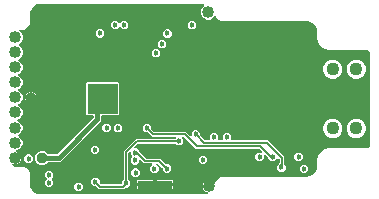
<source format=gbr>
G04 EAGLE Gerber RS-274X export*
G75*
%MOMM*%
%FSLAX34Y34*%
%LPD*%
%INBottom Copper*%
%IPPOS*%
%AMOC8*
5,1,8,0,0,1.08239X$1,22.5*%
G01*
%ADD10C,1.016000*%
%ADD11C,1.108000*%
%ADD12C,0.958000*%
%ADD13R,2.540000X2.540000*%
%ADD14R,3.000000X0.800000*%
%ADD15C,0.454000*%
%ADD16C,0.152400*%
%ADD17C,0.406400*%

G36*
X160526Y1283D02*
X160526Y1283D01*
X160575Y1282D01*
X162030Y1426D01*
X162057Y1433D01*
X162086Y1433D01*
X162247Y1480D01*
X162358Y1526D01*
X162377Y1538D01*
X162399Y1545D01*
X162481Y1603D01*
X162567Y1656D01*
X162581Y1673D01*
X162600Y1687D01*
X162660Y1768D01*
X162724Y1845D01*
X162732Y1867D01*
X162745Y1885D01*
X162776Y1981D01*
X162812Y2075D01*
X162813Y2098D01*
X162820Y2120D01*
X162818Y2220D01*
X162822Y2320D01*
X162816Y2343D01*
X162815Y2366D01*
X162782Y2460D01*
X162754Y2557D01*
X162740Y2576D01*
X162733Y2597D01*
X162671Y2676D01*
X162613Y2759D01*
X162595Y2773D01*
X162581Y2791D01*
X162497Y2846D01*
X162416Y2905D01*
X162394Y2913D01*
X162375Y2925D01*
X162215Y2976D01*
X161518Y3115D01*
X160593Y3498D01*
X159761Y4054D01*
X159054Y4761D01*
X158498Y5593D01*
X158115Y6518D01*
X158072Y6731D01*
X162492Y6731D01*
X162511Y6734D01*
X162531Y6732D01*
X162633Y6754D01*
X162735Y6770D01*
X162752Y6780D01*
X162772Y6784D01*
X162861Y6837D01*
X162952Y6886D01*
X162966Y6900D01*
X162983Y6910D01*
X163050Y6989D01*
X163121Y7064D01*
X163130Y7082D01*
X163143Y7097D01*
X163181Y7193D01*
X163225Y7287D01*
X163227Y7307D01*
X163235Y7325D01*
X163253Y7492D01*
X163253Y7747D01*
X163508Y7747D01*
X163528Y7750D01*
X163547Y7748D01*
X163649Y7770D01*
X163751Y7787D01*
X163768Y7796D01*
X163788Y7800D01*
X163877Y7853D01*
X163968Y7902D01*
X163982Y7916D01*
X163999Y7926D01*
X164066Y8005D01*
X164138Y8080D01*
X164146Y8098D01*
X164159Y8113D01*
X164198Y8210D01*
X164241Y8303D01*
X164243Y8323D01*
X164251Y8341D01*
X164269Y8508D01*
X164269Y12928D01*
X164482Y12885D01*
X165407Y12502D01*
X166239Y11946D01*
X166946Y11239D01*
X167327Y10669D01*
X167343Y10652D01*
X167354Y10632D01*
X167426Y10563D01*
X167495Y10489D01*
X167515Y10478D01*
X167532Y10463D01*
X167623Y10420D01*
X167711Y10373D01*
X167734Y10369D01*
X167755Y10359D01*
X167855Y10348D01*
X167954Y10331D01*
X167977Y10334D01*
X167999Y10332D01*
X168098Y10353D01*
X168197Y10369D01*
X168217Y10379D01*
X168240Y10384D01*
X168326Y10436D01*
X168415Y10482D01*
X168431Y10498D01*
X168451Y10510D01*
X168516Y10587D01*
X168586Y10659D01*
X168596Y10680D01*
X168611Y10697D01*
X168648Y10790D01*
X168691Y10881D01*
X168694Y10904D01*
X168703Y10925D01*
X168721Y11092D01*
X168721Y11316D01*
X170538Y14462D01*
X173684Y16279D01*
X246500Y16279D01*
X246526Y16283D01*
X246575Y16282D01*
X248030Y16426D01*
X248057Y16433D01*
X248086Y16433D01*
X248247Y16480D01*
X250936Y17594D01*
X250992Y17629D01*
X251052Y17654D01*
X251117Y17706D01*
X251145Y17724D01*
X251157Y17739D01*
X251183Y17759D01*
X253241Y19817D01*
X253279Y19870D01*
X253325Y19917D01*
X253365Y19990D01*
X253385Y20017D01*
X253390Y20035D01*
X253406Y20064D01*
X254520Y22753D01*
X254526Y22781D01*
X254540Y22806D01*
X254574Y22970D01*
X254718Y24425D01*
X254716Y24452D01*
X254721Y24500D01*
X254721Y30843D01*
X256514Y35172D01*
X259828Y38485D01*
X264157Y40279D01*
X296500Y40279D01*
X296531Y40284D01*
X296599Y40285D01*
X297236Y40369D01*
X297299Y40388D01*
X297364Y40397D01*
X297440Y40431D01*
X297472Y40440D01*
X297487Y40451D01*
X297517Y40465D01*
X298620Y41101D01*
X298709Y41174D01*
X298799Y41245D01*
X298805Y41253D01*
X298810Y41257D01*
X298822Y41276D01*
X298899Y41380D01*
X299535Y42483D01*
X299559Y42544D01*
X299591Y42601D01*
X299611Y42682D01*
X299622Y42713D01*
X299623Y42732D01*
X299631Y42764D01*
X299715Y43401D01*
X299714Y43432D01*
X299721Y43500D01*
X299721Y120500D01*
X299716Y120531D01*
X299715Y120599D01*
X299631Y121236D01*
X299612Y121299D01*
X299603Y121364D01*
X299569Y121440D01*
X299560Y121472D01*
X299549Y121487D01*
X299535Y121517D01*
X298899Y122620D01*
X298826Y122709D01*
X298755Y122799D01*
X298747Y122805D01*
X298743Y122810D01*
X298724Y122822D01*
X298620Y122899D01*
X297517Y123535D01*
X297456Y123559D01*
X297399Y123591D01*
X297318Y123611D01*
X297287Y123622D01*
X297268Y123623D01*
X297236Y123631D01*
X296599Y123715D01*
X296568Y123714D01*
X296500Y123721D01*
X264157Y123721D01*
X259828Y125515D01*
X256515Y128828D01*
X254721Y133157D01*
X254721Y139500D01*
X254717Y139526D01*
X254718Y139575D01*
X254574Y141030D01*
X254567Y141057D01*
X254567Y141086D01*
X254520Y141247D01*
X253406Y143936D01*
X253371Y143992D01*
X253346Y144052D01*
X253294Y144117D01*
X253276Y144145D01*
X253261Y144157D01*
X253241Y144183D01*
X251183Y146241D01*
X251130Y146279D01*
X251083Y146325D01*
X251010Y146365D01*
X250983Y146385D01*
X250965Y146390D01*
X250936Y146406D01*
X248247Y147520D01*
X248219Y147526D01*
X248194Y147540D01*
X248030Y147574D01*
X246575Y147718D01*
X246548Y147716D01*
X246500Y147721D01*
X173318Y147721D01*
X170404Y149404D01*
X169063Y151726D01*
X168988Y151818D01*
X168913Y151911D01*
X168910Y151913D01*
X168907Y151917D01*
X168807Y151979D01*
X168706Y152044D01*
X168702Y152045D01*
X168699Y152047D01*
X168583Y152075D01*
X168468Y152104D01*
X168464Y152104D01*
X168459Y152105D01*
X168340Y152094D01*
X168222Y152085D01*
X168219Y152083D01*
X168214Y152083D01*
X168104Y152035D01*
X167996Y151989D01*
X167992Y151986D01*
X167989Y151984D01*
X167979Y151975D01*
X167865Y151884D01*
X166097Y150116D01*
X163763Y149149D01*
X161237Y149149D01*
X158903Y150116D01*
X157116Y151903D01*
X156149Y154237D01*
X156149Y156763D01*
X157116Y159097D01*
X158940Y160922D01*
X158982Y160980D01*
X159032Y161032D01*
X159054Y161079D01*
X159084Y161121D01*
X159105Y161190D01*
X159135Y161255D01*
X159141Y161307D01*
X159156Y161357D01*
X159154Y161428D01*
X159162Y161499D01*
X159151Y161550D01*
X159150Y161602D01*
X159125Y161670D01*
X159110Y161740D01*
X159083Y161785D01*
X159066Y161833D01*
X159021Y161889D01*
X158984Y161951D01*
X158944Y161985D01*
X158912Y162025D01*
X158852Y162064D01*
X158797Y162111D01*
X158749Y162130D01*
X158705Y162158D01*
X158635Y162176D01*
X158569Y162203D01*
X158498Y162211D01*
X158466Y162219D01*
X158443Y162217D01*
X158402Y162221D01*
X21014Y162221D01*
X20934Y162208D01*
X20852Y162204D01*
X20840Y162199D01*
X19987Y162221D01*
X19979Y162220D01*
X19968Y162221D01*
X19927Y162221D01*
X19900Y162217D01*
X19847Y162217D01*
X17982Y162020D01*
X17919Y162003D01*
X17854Y161995D01*
X17777Y161964D01*
X17745Y161955D01*
X17729Y161944D01*
X17699Y161932D01*
X14418Y160148D01*
X14327Y160077D01*
X14235Y160010D01*
X14229Y160002D01*
X14224Y159998D01*
X14212Y159979D01*
X14133Y159877D01*
X12183Y156692D01*
X12159Y156632D01*
X12125Y156575D01*
X12111Y156525D01*
X12100Y156500D01*
X12098Y156482D01*
X12091Y156465D01*
X12089Y156445D01*
X12081Y156414D01*
X11788Y154559D01*
X11788Y154526D01*
X11779Y154440D01*
X11779Y145684D01*
X9962Y142538D01*
X6816Y140721D01*
X3457Y140721D01*
X3386Y140710D01*
X3315Y140708D01*
X3266Y140690D01*
X3214Y140682D01*
X3151Y140648D01*
X3084Y140623D01*
X3043Y140591D01*
X2997Y140566D01*
X2948Y140514D01*
X2892Y140470D01*
X2863Y140426D01*
X2828Y140388D01*
X2797Y140323D01*
X2759Y140263D01*
X2746Y140212D01*
X2724Y140165D01*
X2716Y140094D01*
X2699Y140024D01*
X2703Y139972D01*
X2697Y139921D01*
X2712Y139850D01*
X2718Y139779D01*
X2738Y139731D01*
X2749Y139680D01*
X2786Y139619D01*
X2814Y139553D01*
X2859Y139497D01*
X2875Y139469D01*
X2893Y139454D01*
X2919Y139422D01*
X4599Y137741D01*
X5605Y135314D01*
X5605Y132686D01*
X4599Y130259D01*
X2741Y128401D01*
X2627Y128353D01*
X2566Y128316D01*
X2500Y128286D01*
X2462Y128251D01*
X2418Y128224D01*
X2372Y128169D01*
X2319Y128120D01*
X2294Y128074D01*
X2261Y128034D01*
X2235Y127967D01*
X2200Y127904D01*
X2191Y127853D01*
X2173Y127805D01*
X2170Y127733D01*
X2157Y127662D01*
X2164Y127611D01*
X2162Y127559D01*
X2182Y127490D01*
X2193Y127419D01*
X2216Y127373D01*
X2231Y127323D01*
X2272Y127264D01*
X2304Y127200D01*
X2340Y127165D01*
X2345Y127155D01*
X2349Y127152D01*
X2371Y127121D01*
X2429Y127078D01*
X2480Y127028D01*
X2522Y127005D01*
X2532Y126995D01*
X2548Y126989D01*
X2568Y126974D01*
X2591Y126967D01*
X2627Y126947D01*
X2741Y126899D01*
X4599Y125041D01*
X5605Y122614D01*
X5605Y119986D01*
X4599Y117559D01*
X2741Y115701D01*
X2295Y115516D01*
X2234Y115478D01*
X2168Y115449D01*
X2130Y115414D01*
X2086Y115386D01*
X2040Y115331D01*
X1987Y115282D01*
X1962Y115237D01*
X1929Y115197D01*
X1903Y115130D01*
X1869Y115067D01*
X1859Y115016D01*
X1841Y114967D01*
X1838Y114896D01*
X1825Y114825D01*
X1833Y114773D01*
X1830Y114721D01*
X1850Y114653D01*
X1861Y114582D01*
X1884Y114535D01*
X1899Y114485D01*
X1940Y114426D01*
X1972Y114362D01*
X2009Y114326D01*
X2039Y114283D01*
X2097Y114240D01*
X2148Y114190D01*
X2211Y114156D01*
X2236Y114136D01*
X2259Y114129D01*
X2295Y114109D01*
X2597Y113984D01*
X4384Y112197D01*
X5351Y109863D01*
X5351Y107337D01*
X4384Y105003D01*
X2597Y103216D01*
X1963Y102953D01*
X1902Y102916D01*
X1837Y102886D01*
X1798Y102851D01*
X1754Y102824D01*
X1708Y102769D01*
X1655Y102720D01*
X1630Y102674D01*
X1597Y102634D01*
X1571Y102567D01*
X1537Y102504D01*
X1528Y102453D01*
X1509Y102405D01*
X1506Y102333D01*
X1493Y102262D01*
X1501Y102211D01*
X1498Y102159D01*
X1518Y102090D01*
X1529Y102019D01*
X1553Y101973D01*
X1567Y101923D01*
X1608Y101864D01*
X1640Y101800D01*
X1678Y101763D01*
X1707Y101721D01*
X1765Y101678D01*
X1816Y101628D01*
X1879Y101593D01*
X1905Y101574D01*
X1927Y101567D01*
X1963Y101547D01*
X2597Y101284D01*
X4384Y99497D01*
X5351Y97163D01*
X5351Y94637D01*
X4384Y92303D01*
X2597Y90516D01*
X1963Y90253D01*
X1902Y90216D01*
X1837Y90186D01*
X1798Y90151D01*
X1754Y90124D01*
X1708Y90069D01*
X1655Y90020D01*
X1630Y89974D01*
X1597Y89934D01*
X1571Y89867D01*
X1537Y89804D01*
X1528Y89753D01*
X1509Y89705D01*
X1506Y89633D01*
X1493Y89562D01*
X1501Y89511D01*
X1498Y89459D01*
X1518Y89390D01*
X1529Y89319D01*
X1553Y89273D01*
X1567Y89223D01*
X1608Y89164D01*
X1640Y89100D01*
X1678Y89063D01*
X1707Y89021D01*
X1765Y88978D01*
X1816Y88928D01*
X1879Y88893D01*
X1905Y88874D01*
X1927Y88867D01*
X1963Y88847D01*
X2597Y88584D01*
X4384Y86797D01*
X5351Y84463D01*
X5351Y81937D01*
X4384Y79603D01*
X2597Y77816D01*
X1963Y77553D01*
X1902Y77516D01*
X1836Y77486D01*
X1798Y77451D01*
X1754Y77424D01*
X1708Y77368D01*
X1655Y77320D01*
X1630Y77274D01*
X1597Y77234D01*
X1571Y77167D01*
X1537Y77104D01*
X1528Y77053D01*
X1509Y77005D01*
X1506Y76933D01*
X1493Y76862D01*
X1501Y76811D01*
X1498Y76759D01*
X1518Y76690D01*
X1529Y76619D01*
X1552Y76573D01*
X1567Y76523D01*
X1608Y76464D01*
X1640Y76400D01*
X1678Y76363D01*
X1707Y76321D01*
X1765Y76278D01*
X1816Y76228D01*
X1879Y76193D01*
X1905Y76174D01*
X1927Y76166D01*
X1963Y76147D01*
X2597Y75884D01*
X4384Y74097D01*
X5351Y71763D01*
X5351Y69237D01*
X4384Y66903D01*
X2597Y65116D01*
X1480Y64653D01*
X1419Y64616D01*
X1354Y64586D01*
X1315Y64551D01*
X1271Y64524D01*
X1225Y64468D01*
X1173Y64420D01*
X1147Y64374D01*
X1114Y64334D01*
X1088Y64267D01*
X1054Y64204D01*
X1045Y64153D01*
X1026Y64105D01*
X1023Y64033D01*
X1010Y63962D01*
X1018Y63911D01*
X1016Y63859D01*
X1036Y63790D01*
X1046Y63719D01*
X1070Y63673D01*
X1084Y63623D01*
X1125Y63564D01*
X1158Y63500D01*
X1195Y63463D01*
X1224Y63421D01*
X1282Y63378D01*
X1333Y63328D01*
X1396Y63293D01*
X1422Y63274D01*
X1444Y63267D01*
X1480Y63247D01*
X2597Y62784D01*
X4384Y60997D01*
X5351Y58663D01*
X5351Y56137D01*
X4384Y53803D01*
X2597Y52016D01*
X1963Y51753D01*
X1902Y51716D01*
X1836Y51686D01*
X1798Y51651D01*
X1754Y51624D01*
X1708Y51568D01*
X1655Y51520D01*
X1630Y51474D01*
X1597Y51434D01*
X1571Y51367D01*
X1537Y51304D01*
X1528Y51253D01*
X1509Y51205D01*
X1506Y51133D01*
X1493Y51062D01*
X1501Y51011D01*
X1498Y50959D01*
X1518Y50890D01*
X1529Y50819D01*
X1552Y50773D01*
X1567Y50723D01*
X1608Y50664D01*
X1640Y50600D01*
X1678Y50563D01*
X1707Y50521D01*
X1765Y50478D01*
X1816Y50428D01*
X1879Y50393D01*
X1905Y50374D01*
X1927Y50367D01*
X1963Y50347D01*
X2597Y50084D01*
X4384Y48297D01*
X5351Y45963D01*
X5351Y43437D01*
X4384Y41103D01*
X2597Y39316D01*
X265Y38350D01*
X246Y38338D01*
X223Y38331D01*
X142Y38274D01*
X56Y38221D01*
X41Y38203D01*
X23Y38189D01*
X-36Y38109D01*
X-101Y38031D01*
X-109Y38009D01*
X-123Y37991D01*
X-153Y37895D01*
X-189Y37801D01*
X-190Y37778D01*
X-197Y37756D01*
X-195Y37656D01*
X-199Y37556D01*
X-193Y37533D01*
X-192Y37510D01*
X-159Y37416D01*
X-131Y37319D01*
X-118Y37300D01*
X-110Y37279D01*
X-48Y37200D01*
X10Y37117D01*
X28Y37104D01*
X42Y37085D01*
X126Y37031D01*
X207Y36971D01*
X229Y36963D01*
X248Y36951D01*
X408Y36900D01*
X482Y36885D01*
X1407Y36502D01*
X2239Y35946D01*
X2946Y35239D01*
X3502Y34407D01*
X3885Y33482D01*
X3928Y33269D01*
X-492Y33269D01*
X-511Y33266D01*
X-531Y33268D01*
X-633Y33246D01*
X-735Y33230D01*
X-752Y33220D01*
X-772Y33216D01*
X-861Y33163D01*
X-952Y33114D01*
X-966Y33100D01*
X-983Y33090D01*
X-1050Y33011D01*
X-1121Y32936D01*
X-1130Y32918D01*
X-1143Y32903D01*
X-1181Y32807D01*
X-1225Y32713D01*
X-1227Y32693D01*
X-1235Y32675D01*
X-1253Y32508D01*
X-1253Y32253D01*
X-1508Y32253D01*
X-1528Y32250D01*
X-1547Y32252D01*
X-1649Y32230D01*
X-1751Y32213D01*
X-1768Y32204D01*
X-1788Y32200D01*
X-1877Y32147D01*
X-1968Y32098D01*
X-1982Y32084D01*
X-1999Y32074D01*
X-2066Y31995D01*
X-2138Y31920D01*
X-2146Y31902D01*
X-2159Y31887D01*
X-2198Y31790D01*
X-2241Y31697D01*
X-2243Y31677D01*
X-2251Y31659D01*
X-2269Y31492D01*
X-2269Y27072D01*
X-2536Y27125D01*
X-2579Y27143D01*
X-2619Y27147D01*
X-2645Y27155D01*
X-2671Y27154D01*
X-2696Y27160D01*
X-2719Y27158D01*
X-2746Y27161D01*
X-2747Y27161D01*
X-2812Y27151D01*
X-2891Y27149D01*
X-2915Y27140D01*
X-2941Y27137D01*
X-2968Y27125D01*
X-2990Y27121D01*
X-3046Y27092D01*
X-3122Y27064D01*
X-3142Y27048D01*
X-3166Y27037D01*
X-3188Y27016D01*
X-3207Y27006D01*
X-3251Y26961D01*
X-3314Y26910D01*
X-3328Y26889D01*
X-3347Y26871D01*
X-3362Y26844D01*
X-3377Y26828D01*
X-3403Y26771D01*
X-3447Y26703D01*
X-3453Y26678D01*
X-3466Y26655D01*
X-3471Y26625D01*
X-3480Y26605D01*
X-3487Y26541D01*
X-3507Y26465D01*
X-3505Y26439D01*
X-3509Y26413D01*
X-3505Y26384D01*
X-3507Y26360D01*
X-3494Y26296D01*
X-3488Y26220D01*
X-3477Y26196D01*
X-3474Y26170D01*
X-3460Y26144D01*
X-3455Y26120D01*
X-3420Y26062D01*
X-3391Y25993D01*
X-3371Y25968D01*
X-3362Y25951D01*
X-3342Y25932D01*
X-3329Y25909D01*
X-3312Y25894D01*
X-3286Y25862D01*
X-3183Y25759D01*
X-3130Y25721D01*
X-3083Y25675D01*
X-3010Y25635D01*
X-2983Y25615D01*
X-2964Y25610D01*
X-2936Y25594D01*
X-247Y24480D01*
X-219Y24474D01*
X-194Y24460D01*
X-30Y24426D01*
X1425Y24282D01*
X1452Y24284D01*
X1500Y24279D01*
X6816Y24279D01*
X9962Y22462D01*
X11779Y19316D01*
X11779Y9500D01*
X11783Y9474D01*
X11782Y9425D01*
X11926Y7970D01*
X11933Y7943D01*
X11933Y7914D01*
X11980Y7753D01*
X13094Y5064D01*
X13129Y5008D01*
X13154Y4948D01*
X13206Y4883D01*
X13224Y4855D01*
X13239Y4843D01*
X13259Y4817D01*
X15317Y2759D01*
X15370Y2721D01*
X15417Y2675D01*
X15490Y2635D01*
X15517Y2615D01*
X15535Y2610D01*
X15564Y2594D01*
X18253Y1480D01*
X18281Y1474D01*
X18306Y1460D01*
X18470Y1426D01*
X19925Y1282D01*
X19952Y1284D01*
X20000Y1279D01*
X160500Y1279D01*
X160526Y1283D01*
G37*
%LPC*%
G36*
X70158Y5467D02*
X70158Y5467D01*
X67889Y7736D01*
X67815Y7789D01*
X67746Y7849D01*
X67715Y7861D01*
X67689Y7880D01*
X67602Y7907D01*
X67517Y7941D01*
X67476Y7945D01*
X67454Y7952D01*
X67422Y7951D01*
X67351Y7959D01*
X65533Y7959D01*
X63459Y10033D01*
X63459Y12967D01*
X65533Y15041D01*
X68467Y15041D01*
X70541Y12967D01*
X70541Y11149D01*
X70542Y11140D01*
X70542Y11135D01*
X70547Y11112D01*
X70555Y11059D01*
X70563Y10968D01*
X70575Y10939D01*
X70580Y10907D01*
X70623Y10826D01*
X70659Y10742D01*
X70685Y10710D01*
X70696Y10689D01*
X70719Y10667D01*
X70764Y10611D01*
X71619Y9756D01*
X71693Y9703D01*
X71762Y9643D01*
X71793Y9631D01*
X71819Y9612D01*
X71906Y9585D01*
X71991Y9551D01*
X72032Y9547D01*
X72054Y9540D01*
X72086Y9541D01*
X72157Y9533D01*
X88698Y9533D01*
X88718Y9536D01*
X88737Y9534D01*
X88839Y9556D01*
X88941Y9572D01*
X88958Y9582D01*
X88978Y9586D01*
X89067Y9639D01*
X89158Y9688D01*
X89172Y9702D01*
X89189Y9712D01*
X89256Y9791D01*
X89328Y9866D01*
X89336Y9884D01*
X89349Y9899D01*
X89388Y9995D01*
X89431Y10089D01*
X89433Y10109D01*
X89441Y10127D01*
X89459Y10294D01*
X89459Y11967D01*
X90744Y13252D01*
X90797Y13326D01*
X90857Y13395D01*
X90869Y13425D01*
X90888Y13451D01*
X90915Y13538D01*
X90949Y13623D01*
X90953Y13664D01*
X90960Y13686D01*
X90959Y13719D01*
X90967Y13790D01*
X90967Y37926D01*
X101336Y48295D01*
X134610Y48295D01*
X134700Y48309D01*
X134791Y48317D01*
X134821Y48329D01*
X134853Y48334D01*
X134933Y48377D01*
X135017Y48413D01*
X135050Y48439D01*
X135070Y48450D01*
X135092Y48473D01*
X135148Y48518D01*
X135298Y48668D01*
X135340Y48726D01*
X135390Y48778D01*
X135412Y48825D01*
X135442Y48867D01*
X135463Y48936D01*
X135493Y49001D01*
X135499Y49053D01*
X135514Y49102D01*
X135512Y49174D01*
X135520Y49245D01*
X135509Y49296D01*
X135508Y49348D01*
X135483Y49416D01*
X135468Y49486D01*
X135441Y49531D01*
X135424Y49579D01*
X135379Y49635D01*
X135342Y49697D01*
X135302Y49731D01*
X135270Y49771D01*
X135210Y49810D01*
X135155Y49857D01*
X135107Y49876D01*
X135063Y49904D01*
X134993Y49922D01*
X134927Y49949D01*
X134856Y49957D01*
X134824Y49965D01*
X134801Y49963D01*
X134760Y49967D01*
X115158Y49967D01*
X111389Y53736D01*
X111315Y53789D01*
X111246Y53849D01*
X111215Y53861D01*
X111189Y53880D01*
X111102Y53907D01*
X111017Y53941D01*
X110976Y53945D01*
X110954Y53952D01*
X110922Y53951D01*
X110851Y53959D01*
X109033Y53959D01*
X106959Y56033D01*
X106959Y58967D01*
X109033Y61041D01*
X111967Y61041D01*
X114041Y58967D01*
X114041Y57149D01*
X114055Y57059D01*
X114063Y56968D01*
X114075Y56939D01*
X114080Y56907D01*
X114123Y56826D01*
X114159Y56742D01*
X114185Y56710D01*
X114196Y56689D01*
X114219Y56667D01*
X114264Y56611D01*
X116619Y54256D01*
X116693Y54203D01*
X116762Y54143D01*
X116793Y54131D01*
X116819Y54112D01*
X116906Y54085D01*
X116991Y54051D01*
X117032Y54047D01*
X117054Y54040D01*
X117086Y54041D01*
X117157Y54033D01*
X143842Y54033D01*
X147160Y50715D01*
X147218Y50673D01*
X147270Y50624D01*
X147317Y50602D01*
X147359Y50571D01*
X147428Y50550D01*
X147493Y50520D01*
X147545Y50514D01*
X147595Y50499D01*
X147666Y50501D01*
X147737Y50493D01*
X147788Y50504D01*
X147840Y50505D01*
X147908Y50530D01*
X147978Y50545D01*
X148023Y50572D01*
X148071Y50590D01*
X148127Y50635D01*
X148189Y50671D01*
X148223Y50711D01*
X148263Y50744D01*
X148302Y50804D01*
X148349Y50858D01*
X148368Y50907D01*
X148396Y50951D01*
X148414Y51020D01*
X148441Y51087D01*
X148449Y51158D01*
X148457Y51189D01*
X148455Y51212D01*
X148459Y51253D01*
X148459Y53467D01*
X150533Y55541D01*
X153467Y55541D01*
X155541Y53467D01*
X155541Y51649D01*
X155555Y51559D01*
X155563Y51468D01*
X155575Y51439D01*
X155580Y51407D01*
X155623Y51326D01*
X155659Y51242D01*
X155685Y51210D01*
X155696Y51189D01*
X155719Y51167D01*
X155764Y51111D01*
X159619Y47256D01*
X159693Y47203D01*
X159762Y47143D01*
X159793Y47131D01*
X159819Y47112D01*
X159906Y47085D01*
X159991Y47051D01*
X160032Y47047D01*
X160054Y47040D01*
X160086Y47041D01*
X160157Y47033D01*
X163622Y47033D01*
X163693Y47044D01*
X163765Y47046D01*
X163814Y47064D01*
X163865Y47072D01*
X163928Y47106D01*
X163996Y47131D01*
X164036Y47163D01*
X164082Y47188D01*
X164132Y47239D01*
X164188Y47284D01*
X164216Y47328D01*
X164252Y47366D01*
X164282Y47431D01*
X164321Y47491D01*
X164333Y47542D01*
X164355Y47589D01*
X164363Y47660D01*
X164381Y47730D01*
X164377Y47782D01*
X164382Y47833D01*
X164367Y47904D01*
X164362Y47975D01*
X164341Y48023D01*
X164330Y48074D01*
X164293Y48135D01*
X164265Y48201D01*
X164220Y48257D01*
X164204Y48285D01*
X164186Y48300D01*
X164160Y48332D01*
X163959Y48533D01*
X163959Y51467D01*
X166033Y53541D01*
X168967Y53541D01*
X171041Y51467D01*
X171041Y48533D01*
X170840Y48332D01*
X170798Y48274D01*
X170748Y48222D01*
X170726Y48175D01*
X170696Y48133D01*
X170675Y48064D01*
X170645Y47999D01*
X170639Y47947D01*
X170624Y47897D01*
X170626Y47826D01*
X170618Y47755D01*
X170629Y47704D01*
X170630Y47652D01*
X170655Y47584D01*
X170670Y47514D01*
X170697Y47469D01*
X170715Y47421D01*
X170759Y47365D01*
X170796Y47303D01*
X170836Y47269D01*
X170868Y47229D01*
X170928Y47190D01*
X170983Y47143D01*
X171031Y47124D01*
X171075Y47096D01*
X171145Y47078D01*
X171211Y47051D01*
X171282Y47043D01*
X171314Y47035D01*
X171337Y47037D01*
X171378Y47033D01*
X174622Y47033D01*
X174693Y47044D01*
X174765Y47046D01*
X174814Y47064D01*
X174865Y47072D01*
X174928Y47106D01*
X174996Y47131D01*
X175036Y47163D01*
X175082Y47188D01*
X175132Y47239D01*
X175188Y47284D01*
X175216Y47328D01*
X175252Y47366D01*
X175282Y47431D01*
X175321Y47491D01*
X175333Y47542D01*
X175355Y47589D01*
X175363Y47660D01*
X175381Y47730D01*
X175377Y47782D01*
X175382Y47833D01*
X175367Y47904D01*
X175362Y47975D01*
X175341Y48023D01*
X175330Y48074D01*
X175293Y48135D01*
X175265Y48201D01*
X175220Y48257D01*
X175204Y48285D01*
X175186Y48300D01*
X175160Y48332D01*
X174959Y48533D01*
X174959Y51467D01*
X177033Y53541D01*
X179967Y53541D01*
X182041Y51467D01*
X182041Y48533D01*
X181840Y48332D01*
X181798Y48274D01*
X181748Y48222D01*
X181726Y48175D01*
X181696Y48133D01*
X181675Y48064D01*
X181645Y47999D01*
X181639Y47947D01*
X181624Y47897D01*
X181626Y47826D01*
X181618Y47755D01*
X181629Y47704D01*
X181630Y47652D01*
X181655Y47584D01*
X181670Y47514D01*
X181697Y47469D01*
X181715Y47421D01*
X181759Y47365D01*
X181796Y47303D01*
X181836Y47269D01*
X181868Y47229D01*
X181928Y47190D01*
X181983Y47143D01*
X182031Y47124D01*
X182075Y47096D01*
X182145Y47078D01*
X182211Y47051D01*
X182282Y47043D01*
X182314Y47035D01*
X182337Y47037D01*
X182378Y47033D01*
X212842Y47033D01*
X227033Y32842D01*
X227033Y26830D01*
X227047Y26740D01*
X227055Y26649D01*
X227067Y26619D01*
X227072Y26587D01*
X227115Y26507D01*
X227151Y26423D01*
X227177Y26391D01*
X227188Y26370D01*
X227211Y26348D01*
X227256Y26292D01*
X228081Y25467D01*
X228081Y22533D01*
X226007Y20459D01*
X223073Y20459D01*
X220999Y22533D01*
X220999Y25467D01*
X222744Y27212D01*
X222797Y27286D01*
X222857Y27355D01*
X222869Y27385D01*
X222888Y27411D01*
X222915Y27498D01*
X222949Y27583D01*
X222953Y27624D01*
X222960Y27646D01*
X222959Y27679D01*
X222967Y27750D01*
X222967Y30843D01*
X222953Y30933D01*
X222945Y31024D01*
X222933Y31054D01*
X222928Y31085D01*
X222885Y31166D01*
X222849Y31250D01*
X222823Y31282D01*
X222812Y31303D01*
X222789Y31325D01*
X222744Y31381D01*
X221840Y32285D01*
X221782Y32327D01*
X221730Y32376D01*
X221683Y32398D01*
X221641Y32429D01*
X221572Y32450D01*
X221507Y32480D01*
X221455Y32486D01*
X221405Y32501D01*
X221334Y32499D01*
X221263Y32507D01*
X221212Y32496D01*
X221160Y32495D01*
X221092Y32470D01*
X221022Y32455D01*
X220977Y32428D01*
X220929Y32410D01*
X220873Y32365D01*
X220811Y32329D01*
X220777Y32289D01*
X220737Y32256D01*
X220698Y32196D01*
X220651Y32142D01*
X220632Y32093D01*
X220604Y32049D01*
X220586Y31980D01*
X220559Y31913D01*
X220551Y31842D01*
X220543Y31811D01*
X220545Y31788D01*
X220541Y31747D01*
X220541Y31533D01*
X218467Y29459D01*
X215533Y29459D01*
X213459Y31533D01*
X213459Y31851D01*
X213445Y31941D01*
X213437Y32032D01*
X213425Y32061D01*
X213420Y32093D01*
X213377Y32174D01*
X213341Y32258D01*
X213315Y32290D01*
X213304Y32311D01*
X213281Y32333D01*
X213236Y32389D01*
X210900Y34725D01*
X210842Y34767D01*
X210790Y34816D01*
X210743Y34838D01*
X210701Y34869D01*
X210632Y34890D01*
X210567Y34920D01*
X210515Y34926D01*
X210465Y34941D01*
X210394Y34939D01*
X210323Y34947D01*
X210272Y34936D01*
X210220Y34935D01*
X210152Y34910D01*
X210082Y34895D01*
X210037Y34868D01*
X209989Y34850D01*
X209933Y34805D01*
X209871Y34769D01*
X209837Y34729D01*
X209797Y34696D01*
X209758Y34636D01*
X209711Y34582D01*
X209692Y34533D01*
X209664Y34489D01*
X209646Y34420D01*
X209619Y34353D01*
X209611Y34282D01*
X209603Y34251D01*
X209605Y34228D01*
X209601Y34187D01*
X209601Y31430D01*
X207527Y29356D01*
X204593Y29356D01*
X202519Y31430D01*
X202519Y34363D01*
X204593Y36438D01*
X207350Y36438D01*
X207421Y36449D01*
X207492Y36451D01*
X207541Y36469D01*
X207593Y36477D01*
X207656Y36511D01*
X207723Y36535D01*
X207764Y36568D01*
X207810Y36592D01*
X207859Y36644D01*
X207915Y36689D01*
X207944Y36733D01*
X207979Y36771D01*
X208010Y36836D01*
X208048Y36896D01*
X208061Y36947D01*
X208083Y36994D01*
X208091Y37065D01*
X208108Y37135D01*
X208104Y37187D01*
X208110Y37238D01*
X208095Y37308D01*
X208089Y37380D01*
X208069Y37428D01*
X208058Y37479D01*
X208021Y37540D01*
X207993Y37606D01*
X207948Y37662D01*
X207932Y37690D01*
X207914Y37705D01*
X207888Y37737D01*
X205881Y39744D01*
X205807Y39797D01*
X205738Y39857D01*
X205707Y39869D01*
X205681Y39888D01*
X205594Y39915D01*
X205509Y39949D01*
X205468Y39953D01*
X205446Y39960D01*
X205414Y39959D01*
X205343Y39967D01*
X152158Y39967D01*
X142381Y49744D01*
X142307Y49797D01*
X142238Y49857D01*
X142207Y49869D01*
X142181Y49888D01*
X142094Y49915D01*
X142009Y49949D01*
X141968Y49953D01*
X141946Y49960D01*
X141914Y49959D01*
X141843Y49967D01*
X141040Y49967D01*
X140969Y49956D01*
X140897Y49954D01*
X140848Y49936D01*
X140797Y49928D01*
X140734Y49894D01*
X140666Y49869D01*
X140626Y49837D01*
X140580Y49812D01*
X140530Y49760D01*
X140474Y49716D01*
X140446Y49672D01*
X140410Y49634D01*
X140380Y49569D01*
X140341Y49509D01*
X140329Y49458D01*
X140307Y49411D01*
X140299Y49340D01*
X140281Y49270D01*
X140285Y49218D01*
X140280Y49167D01*
X140295Y49096D01*
X140300Y49025D01*
X140321Y48977D01*
X140332Y48926D01*
X140369Y48865D01*
X140397Y48799D01*
X140442Y48743D01*
X140458Y48715D01*
X140476Y48700D01*
X140502Y48668D01*
X141441Y47729D01*
X141441Y44795D01*
X139367Y42721D01*
X136433Y42721D01*
X135148Y44006D01*
X135074Y44059D01*
X135005Y44119D01*
X134975Y44131D01*
X134949Y44150D01*
X134862Y44177D01*
X134777Y44211D01*
X134736Y44215D01*
X134714Y44222D01*
X134681Y44221D01*
X134610Y44229D01*
X103335Y44229D01*
X103245Y44215D01*
X103154Y44207D01*
X103125Y44195D01*
X103093Y44190D01*
X103012Y44147D01*
X102928Y44111D01*
X102896Y44085D01*
X102875Y44074D01*
X102853Y44051D01*
X102797Y44006D01*
X100131Y41340D01*
X100089Y41282D01*
X100040Y41230D01*
X100018Y41183D01*
X99987Y41141D01*
X99966Y41072D01*
X99936Y41007D01*
X99930Y40955D01*
X99915Y40905D01*
X99917Y40834D01*
X99909Y40763D01*
X99920Y40712D01*
X99921Y40660D01*
X99946Y40592D01*
X99961Y40522D01*
X99988Y40477D01*
X100006Y40429D01*
X100051Y40373D01*
X100087Y40311D01*
X100127Y40277D01*
X100160Y40237D01*
X100220Y40198D01*
X100274Y40151D01*
X100323Y40132D01*
X100367Y40104D01*
X100436Y40086D01*
X100503Y40059D01*
X100574Y40051D01*
X100605Y40043D01*
X100628Y40045D01*
X100669Y40041D01*
X101967Y40041D01*
X104041Y37967D01*
X104041Y37649D01*
X104055Y37559D01*
X104063Y37468D01*
X104075Y37439D01*
X104080Y37407D01*
X104123Y37326D01*
X104159Y37242D01*
X104185Y37210D01*
X104196Y37189D01*
X104219Y37167D01*
X104264Y37111D01*
X109619Y31756D01*
X109693Y31703D01*
X109762Y31643D01*
X109793Y31631D01*
X109819Y31612D01*
X109906Y31585D01*
X109991Y31551D01*
X110032Y31547D01*
X110054Y31540D01*
X110086Y31541D01*
X110157Y31533D01*
X121842Y31533D01*
X126611Y26764D01*
X126685Y26711D01*
X126754Y26651D01*
X126785Y26639D01*
X126811Y26620D01*
X126898Y26593D01*
X126983Y26559D01*
X127024Y26555D01*
X127046Y26548D01*
X127078Y26549D01*
X127149Y26541D01*
X128967Y26541D01*
X131041Y24467D01*
X131041Y21533D01*
X128967Y19459D01*
X126033Y19459D01*
X123959Y21533D01*
X123959Y23351D01*
X123953Y23388D01*
X123954Y23394D01*
X123946Y23429D01*
X123945Y23441D01*
X123937Y23532D01*
X123925Y23561D01*
X123920Y23593D01*
X123905Y23622D01*
X123902Y23635D01*
X123873Y23682D01*
X123841Y23758D01*
X123815Y23790D01*
X123804Y23811D01*
X123786Y23828D01*
X123776Y23846D01*
X123760Y23859D01*
X123736Y23889D01*
X120381Y27244D01*
X120307Y27297D01*
X120238Y27357D01*
X120207Y27369D01*
X120181Y27388D01*
X120094Y27415D01*
X120009Y27449D01*
X119968Y27453D01*
X119946Y27460D01*
X119914Y27459D01*
X119843Y27467D01*
X119378Y27467D01*
X119307Y27456D01*
X119235Y27454D01*
X119186Y27436D01*
X119135Y27428D01*
X119072Y27394D01*
X119004Y27369D01*
X118964Y27337D01*
X118918Y27312D01*
X118868Y27260D01*
X118812Y27216D01*
X118784Y27172D01*
X118748Y27134D01*
X118718Y27069D01*
X118679Y27009D01*
X118667Y26958D01*
X118645Y26911D01*
X118637Y26840D01*
X118619Y26770D01*
X118623Y26718D01*
X118618Y26667D01*
X118633Y26596D01*
X118638Y26525D01*
X118659Y26477D01*
X118670Y26426D01*
X118707Y26365D01*
X118735Y26299D01*
X118780Y26243D01*
X118796Y26215D01*
X118814Y26200D01*
X118840Y26168D01*
X120541Y24467D01*
X120541Y21533D01*
X118467Y19459D01*
X115533Y19459D01*
X113459Y21533D01*
X113459Y24467D01*
X115160Y26168D01*
X115202Y26226D01*
X115252Y26278D01*
X115274Y26325D01*
X115304Y26367D01*
X115325Y26436D01*
X115355Y26501D01*
X115361Y26553D01*
X115376Y26603D01*
X115374Y26674D01*
X115382Y26745D01*
X115371Y26796D01*
X115370Y26848D01*
X115345Y26916D01*
X115330Y26986D01*
X115303Y27031D01*
X115285Y27079D01*
X115241Y27135D01*
X115204Y27197D01*
X115164Y27231D01*
X115132Y27271D01*
X115071Y27310D01*
X115017Y27357D01*
X114969Y27376D01*
X114925Y27404D01*
X114855Y27422D01*
X114789Y27449D01*
X114717Y27457D01*
X114686Y27465D01*
X114663Y27463D01*
X114622Y27467D01*
X108158Y27467D01*
X105340Y30285D01*
X105282Y30327D01*
X105230Y30376D01*
X105183Y30398D01*
X105141Y30429D01*
X105072Y30450D01*
X105007Y30480D01*
X104955Y30486D01*
X104905Y30501D01*
X104834Y30499D01*
X104763Y30507D01*
X104712Y30496D01*
X104660Y30495D01*
X104592Y30470D01*
X104522Y30455D01*
X104477Y30428D01*
X104429Y30410D01*
X104373Y30365D01*
X104311Y30329D01*
X104277Y30289D01*
X104237Y30256D01*
X104198Y30196D01*
X104151Y30142D01*
X104132Y30093D01*
X104104Y30049D01*
X104086Y29980D01*
X104059Y29913D01*
X104051Y29842D01*
X104043Y29811D01*
X104045Y29788D01*
X104041Y29747D01*
X104041Y28533D01*
X101967Y26459D01*
X99033Y26459D01*
X96959Y28533D01*
X96959Y31467D01*
X98204Y32712D01*
X98216Y32728D01*
X98232Y32740D01*
X98265Y32792D01*
X98294Y32823D01*
X98313Y32862D01*
X98348Y32911D01*
X98354Y32930D01*
X98365Y32947D01*
X98379Y33006D01*
X98398Y33046D01*
X98403Y33090D01*
X98420Y33147D01*
X98420Y33166D01*
X98425Y33186D01*
X98420Y33245D01*
X98425Y33291D01*
X98415Y33335D01*
X98414Y33392D01*
X98407Y33411D01*
X98405Y33431D01*
X98383Y33483D01*
X98373Y33531D01*
X98348Y33572D01*
X98329Y33623D01*
X98317Y33639D01*
X98309Y33657D01*
X98262Y33716D01*
X98247Y33742D01*
X98230Y33757D01*
X98204Y33788D01*
X96959Y35033D01*
X96959Y36331D01*
X96948Y36401D01*
X96946Y36473D01*
X96928Y36522D01*
X96920Y36573D01*
X96886Y36637D01*
X96861Y36704D01*
X96829Y36745D01*
X96804Y36791D01*
X96753Y36840D01*
X96708Y36896D01*
X96664Y36924D01*
X96626Y36960D01*
X96561Y36990D01*
X96501Y37029D01*
X96450Y37042D01*
X96403Y37064D01*
X96332Y37072D01*
X96262Y37089D01*
X96210Y37085D01*
X96159Y37091D01*
X96088Y37076D01*
X96017Y37070D01*
X95969Y37050D01*
X95918Y37039D01*
X95857Y37002D01*
X95791Y36974D01*
X95735Y36929D01*
X95707Y36913D01*
X95692Y36895D01*
X95660Y36869D01*
X95256Y36465D01*
X95202Y36391D01*
X95143Y36322D01*
X95131Y36291D01*
X95112Y36265D01*
X95085Y36178D01*
X95051Y36093D01*
X95047Y36052D01*
X95040Y36030D01*
X95041Y35998D01*
X95033Y35927D01*
X95033Y13790D01*
X95047Y13700D01*
X95055Y13609D01*
X95067Y13579D01*
X95072Y13547D01*
X95115Y13467D01*
X95151Y13383D01*
X95177Y13350D01*
X95188Y13330D01*
X95211Y13308D01*
X95256Y13252D01*
X96541Y11967D01*
X96541Y9033D01*
X94467Y6959D01*
X92649Y6959D01*
X92559Y6945D01*
X92468Y6937D01*
X92439Y6925D01*
X92407Y6920D01*
X92326Y6877D01*
X92242Y6841D01*
X92210Y6815D01*
X92189Y6804D01*
X92167Y6781D01*
X92111Y6736D01*
X90842Y5467D01*
X70158Y5467D01*
G37*
%LPD*%
%LPC*%
G36*
X20794Y25939D02*
X20794Y25939D01*
X18567Y26862D01*
X16862Y28567D01*
X15939Y30794D01*
X15939Y33206D01*
X16862Y35433D01*
X18567Y37138D01*
X20794Y38061D01*
X23206Y38061D01*
X25433Y37138D01*
X27045Y35526D01*
X27119Y35473D01*
X27189Y35413D01*
X27219Y35401D01*
X27245Y35382D01*
X27332Y35355D01*
X27417Y35321D01*
X27458Y35317D01*
X27480Y35310D01*
X27512Y35311D01*
X27584Y35303D01*
X34437Y35303D01*
X34527Y35317D01*
X34618Y35325D01*
X34647Y35337D01*
X34679Y35342D01*
X34760Y35385D01*
X34844Y35421D01*
X34876Y35447D01*
X34897Y35458D01*
X34919Y35481D01*
X34975Y35526D01*
X65274Y65825D01*
X65327Y65899D01*
X65387Y65968D01*
X65399Y65999D01*
X65418Y66025D01*
X65445Y66112D01*
X65479Y66197D01*
X65483Y66238D01*
X65490Y66260D01*
X65489Y66292D01*
X65497Y66363D01*
X65497Y67268D01*
X65494Y67288D01*
X65496Y67307D01*
X65474Y67409D01*
X65458Y67511D01*
X65448Y67528D01*
X65444Y67548D01*
X65391Y67637D01*
X65342Y67728D01*
X65328Y67742D01*
X65318Y67759D01*
X65239Y67826D01*
X65164Y67898D01*
X65146Y67906D01*
X65131Y67919D01*
X65035Y67958D01*
X64941Y68001D01*
X64921Y68003D01*
X64903Y68011D01*
X64736Y68029D01*
X60074Y68029D01*
X59329Y68774D01*
X59329Y95226D01*
X60074Y95971D01*
X86526Y95971D01*
X87271Y95226D01*
X87271Y68774D01*
X86526Y68029D01*
X72864Y68029D01*
X72844Y68026D01*
X72825Y68028D01*
X72723Y68006D01*
X72621Y67990D01*
X72604Y67980D01*
X72584Y67976D01*
X72495Y67923D01*
X72404Y67874D01*
X72390Y67860D01*
X72373Y67850D01*
X72306Y67771D01*
X72234Y67696D01*
X72226Y67678D01*
X72213Y67663D01*
X72174Y67567D01*
X72131Y67473D01*
X72129Y67453D01*
X72121Y67435D01*
X72103Y67268D01*
X72103Y63312D01*
X37488Y28697D01*
X27584Y28697D01*
X27494Y28683D01*
X27403Y28675D01*
X27373Y28663D01*
X27341Y28658D01*
X27260Y28615D01*
X27176Y28579D01*
X27144Y28553D01*
X27124Y28542D01*
X27111Y28530D01*
X27110Y28529D01*
X27099Y28517D01*
X27045Y28474D01*
X25433Y26862D01*
X23206Y25939D01*
X20794Y25939D01*
G37*
%LPD*%
%LPC*%
G36*
X266393Y98919D02*
X266393Y98919D01*
X263423Y100150D01*
X261150Y102423D01*
X259919Y105393D01*
X259919Y108607D01*
X261150Y111577D01*
X263423Y113850D01*
X266393Y115081D01*
X269607Y115081D01*
X272577Y113850D01*
X274850Y111577D01*
X276081Y108607D01*
X276081Y105393D01*
X274850Y102423D01*
X272577Y100150D01*
X269607Y98919D01*
X266393Y98919D01*
G37*
%LPD*%
%LPC*%
G36*
X286393Y48919D02*
X286393Y48919D01*
X283423Y50150D01*
X281150Y52423D01*
X279919Y55393D01*
X279919Y58607D01*
X281150Y61577D01*
X283423Y63850D01*
X286393Y65081D01*
X289607Y65081D01*
X292577Y63850D01*
X294850Y61577D01*
X296081Y58607D01*
X296081Y55393D01*
X294850Y52423D01*
X292577Y50150D01*
X289607Y48919D01*
X286393Y48919D01*
G37*
%LPD*%
%LPC*%
G36*
X266393Y48919D02*
X266393Y48919D01*
X263423Y50150D01*
X261150Y52423D01*
X259919Y55393D01*
X259919Y58607D01*
X261150Y61577D01*
X263423Y63850D01*
X266393Y65081D01*
X269607Y65081D01*
X272577Y63850D01*
X274850Y61577D01*
X276081Y58607D01*
X276081Y55393D01*
X274850Y52423D01*
X272577Y50150D01*
X269607Y48919D01*
X266393Y48919D01*
G37*
%LPD*%
%LPC*%
G36*
X286393Y98919D02*
X286393Y98919D01*
X283423Y100150D01*
X281150Y102423D01*
X279919Y105393D01*
X279919Y108607D01*
X281150Y111577D01*
X283423Y113850D01*
X286393Y115081D01*
X289607Y115081D01*
X292577Y113850D01*
X294850Y111577D01*
X296081Y108607D01*
X296081Y105393D01*
X294850Y102423D01*
X292577Y100150D01*
X289607Y98919D01*
X286393Y98919D01*
G37*
%LPD*%
%LPC*%
G36*
X82533Y140959D02*
X82533Y140959D01*
X80459Y143033D01*
X80459Y145967D01*
X82533Y148041D01*
X85467Y148041D01*
X87212Y146296D01*
X87228Y146284D01*
X87240Y146268D01*
X87328Y146212D01*
X87411Y146152D01*
X87430Y146146D01*
X87447Y146135D01*
X87548Y146110D01*
X87647Y146080D01*
X87666Y146080D01*
X87686Y146075D01*
X87789Y146083D01*
X87892Y146086D01*
X87911Y146093D01*
X87931Y146095D01*
X88026Y146135D01*
X88123Y146171D01*
X88139Y146183D01*
X88157Y146191D01*
X88288Y146296D01*
X90033Y148041D01*
X92967Y148041D01*
X95041Y145967D01*
X95041Y143033D01*
X92967Y140959D01*
X90033Y140959D01*
X88288Y142704D01*
X88272Y142716D01*
X88260Y142732D01*
X88172Y142788D01*
X88089Y142848D01*
X88070Y142854D01*
X88053Y142865D01*
X87952Y142890D01*
X87853Y142920D01*
X87834Y142920D01*
X87814Y142925D01*
X87711Y142917D01*
X87608Y142914D01*
X87589Y142907D01*
X87569Y142905D01*
X87474Y142865D01*
X87377Y142829D01*
X87361Y142817D01*
X87343Y142809D01*
X87212Y142704D01*
X85467Y140959D01*
X82533Y140959D01*
G37*
%LPD*%
%LPC*%
G36*
X26533Y7459D02*
X26533Y7459D01*
X24459Y9533D01*
X24459Y12467D01*
X25704Y13712D01*
X25716Y13728D01*
X25732Y13740D01*
X25763Y13789D01*
X25766Y13792D01*
X25768Y13797D01*
X25788Y13828D01*
X25848Y13911D01*
X25854Y13930D01*
X25865Y13947D01*
X25890Y14048D01*
X25920Y14147D01*
X25920Y14166D01*
X25925Y14186D01*
X25917Y14289D01*
X25914Y14392D01*
X25907Y14411D01*
X25905Y14431D01*
X25865Y14526D01*
X25829Y14623D01*
X25817Y14639D01*
X25809Y14657D01*
X25704Y14788D01*
X24459Y16033D01*
X24459Y18967D01*
X26533Y21041D01*
X29467Y21041D01*
X31541Y18967D01*
X31541Y16033D01*
X30296Y14788D01*
X30284Y14772D01*
X30268Y14760D01*
X30212Y14672D01*
X30152Y14589D01*
X30146Y14570D01*
X30135Y14553D01*
X30110Y14452D01*
X30080Y14353D01*
X30080Y14334D01*
X30075Y14314D01*
X30083Y14211D01*
X30086Y14108D01*
X30093Y14089D01*
X30095Y14069D01*
X30135Y13974D01*
X30171Y13877D01*
X30183Y13861D01*
X30191Y13843D01*
X30296Y13712D01*
X31541Y12467D01*
X31541Y9533D01*
X29467Y7459D01*
X26533Y7459D01*
G37*
%LPD*%
%LPC*%
G36*
X117033Y117459D02*
X117033Y117459D01*
X114959Y119533D01*
X114959Y122467D01*
X117033Y124541D01*
X119967Y124541D01*
X122041Y122467D01*
X122041Y119533D01*
X119967Y117459D01*
X117033Y117459D01*
G37*
%LPD*%
%LPC*%
G36*
X156533Y26959D02*
X156533Y26959D01*
X154459Y29033D01*
X154459Y31967D01*
X156533Y34041D01*
X159467Y34041D01*
X161541Y31967D01*
X161541Y29033D01*
X159467Y26959D01*
X156533Y26959D01*
G37*
%LPD*%
%LPC*%
G36*
X99533Y16049D02*
X99533Y16049D01*
X97459Y18123D01*
X97459Y21057D01*
X99533Y23131D01*
X102467Y23131D01*
X104541Y21057D01*
X104541Y18123D01*
X102467Y16049D01*
X99533Y16049D01*
G37*
%LPD*%
%LPC*%
G36*
X51401Y4007D02*
X51401Y4007D01*
X49327Y6081D01*
X49327Y9015D01*
X51401Y11089D01*
X54335Y11089D01*
X56409Y9015D01*
X56409Y6081D01*
X54335Y4007D01*
X51401Y4007D01*
G37*
%LPD*%
%LPC*%
G36*
X242213Y19355D02*
X242213Y19355D01*
X240139Y21429D01*
X240139Y24363D01*
X242213Y26437D01*
X245146Y26437D01*
X247220Y24363D01*
X247220Y21429D01*
X245146Y19355D01*
X242213Y19355D01*
G37*
%LPD*%
%LPC*%
G36*
X122033Y124959D02*
X122033Y124959D01*
X119959Y127033D01*
X119959Y129967D01*
X122033Y132041D01*
X124967Y132041D01*
X127041Y129967D01*
X127041Y127033D01*
X124967Y124959D01*
X122033Y124959D01*
G37*
%LPD*%
%LPC*%
G36*
X69533Y133959D02*
X69533Y133959D01*
X67459Y136033D01*
X67459Y138967D01*
X69533Y141041D01*
X72467Y141041D01*
X74541Y138967D01*
X74541Y136033D01*
X72467Y133959D01*
X69533Y133959D01*
G37*
%LPD*%
%LPC*%
G36*
X84533Y53959D02*
X84533Y53959D01*
X82459Y56033D01*
X82459Y58967D01*
X84533Y61041D01*
X87467Y61041D01*
X89541Y58967D01*
X89541Y56033D01*
X87467Y53959D01*
X84533Y53959D01*
G37*
%LPD*%
%LPC*%
G36*
X126533Y133959D02*
X126533Y133959D01*
X124459Y136033D01*
X124459Y138967D01*
X126533Y141041D01*
X129467Y141041D01*
X131541Y138967D01*
X131541Y136033D01*
X129467Y133959D01*
X126533Y133959D01*
G37*
%LPD*%
%LPC*%
G36*
X75033Y53959D02*
X75033Y53959D01*
X72959Y56033D01*
X72959Y58967D01*
X75033Y61041D01*
X77967Y61041D01*
X80041Y58967D01*
X80041Y56033D01*
X77967Y53959D01*
X75033Y53959D01*
G37*
%LPD*%
%LPC*%
G36*
X65033Y35459D02*
X65033Y35459D01*
X62959Y37533D01*
X62959Y40467D01*
X65033Y42541D01*
X67967Y42541D01*
X70041Y40467D01*
X70041Y37533D01*
X67967Y35459D01*
X65033Y35459D01*
G37*
%LPD*%
%LPC*%
G36*
X237533Y29459D02*
X237533Y29459D01*
X235459Y31533D01*
X235459Y34467D01*
X237533Y36541D01*
X240467Y36541D01*
X242541Y34467D01*
X242541Y31533D01*
X240467Y29459D01*
X237533Y29459D01*
G37*
%LPD*%
%LPC*%
G36*
X9033Y27959D02*
X9033Y27959D01*
X6959Y30033D01*
X6959Y32967D01*
X9033Y35041D01*
X11967Y35041D01*
X14041Y32967D01*
X14041Y30033D01*
X11967Y27959D01*
X9033Y27959D01*
G37*
%LPD*%
%LPC*%
G36*
X147533Y140959D02*
X147533Y140959D01*
X145459Y143033D01*
X145459Y145967D01*
X147533Y148041D01*
X150467Y148041D01*
X152541Y145967D01*
X152541Y143033D01*
X150467Y140959D01*
X147533Y140959D01*
G37*
%LPD*%
%LPC*%
G36*
X118923Y11023D02*
X118923Y11023D01*
X118923Y13501D01*
X132400Y13501D01*
X132401Y13500D01*
X132401Y11023D01*
X118923Y11023D01*
G37*
%LPD*%
%LPC*%
G36*
X102399Y11023D02*
X102399Y11023D01*
X102399Y13500D01*
X102400Y13501D01*
X115877Y13501D01*
X115877Y11023D01*
X102399Y11023D01*
G37*
%LPD*%
%LPC*%
G36*
X118923Y5499D02*
X118923Y5499D01*
X118923Y7977D01*
X132401Y7977D01*
X132401Y5500D01*
X132400Y5499D01*
X118923Y5499D01*
G37*
%LPD*%
%LPC*%
G36*
X102400Y5499D02*
X102400Y5499D01*
X102399Y5500D01*
X102399Y7977D01*
X115877Y7977D01*
X115877Y5499D01*
X102400Y5499D01*
G37*
%LPD*%
%LPC*%
G36*
X158072Y9269D02*
X158072Y9269D01*
X158115Y9482D01*
X158498Y10407D01*
X158725Y10747D01*
X159054Y11239D01*
X159761Y11946D01*
X160593Y12502D01*
X161518Y12885D01*
X161731Y12928D01*
X161731Y9269D01*
X158072Y9269D01*
G37*
%LPD*%
%LPC*%
G36*
X269Y30731D02*
X269Y30731D01*
X3928Y30731D01*
X3885Y30518D01*
X3502Y29593D01*
X2946Y28761D01*
X2239Y28054D01*
X1407Y27498D01*
X482Y27115D01*
X269Y27072D01*
X269Y30731D01*
G37*
%LPD*%
%LPC*%
G36*
X13624Y84124D02*
X13624Y84124D01*
X13624Y87658D01*
X14349Y87464D01*
X15442Y86834D01*
X16334Y85942D01*
X16964Y84849D01*
X17158Y84124D01*
X13624Y84124D01*
G37*
%LPD*%
%LPC*%
G36*
X7842Y84124D02*
X7842Y84124D01*
X8036Y84849D01*
X8666Y85942D01*
X9558Y86834D01*
X10651Y87464D01*
X11376Y87658D01*
X11376Y84124D01*
X7842Y84124D01*
G37*
%LPD*%
%LPC*%
G36*
X13624Y81876D02*
X13624Y81876D01*
X17158Y81876D01*
X16964Y81151D01*
X16334Y80058D01*
X15442Y79166D01*
X14349Y78536D01*
X13624Y78342D01*
X13624Y81876D01*
G37*
%LPD*%
%LPC*%
G36*
X10651Y78536D02*
X10651Y78536D01*
X9558Y79166D01*
X8666Y80058D01*
X8036Y81151D01*
X7842Y81876D01*
X11376Y81876D01*
X11376Y78342D01*
X10651Y78536D01*
G37*
%LPD*%
%LPC*%
G36*
X117399Y9499D02*
X117399Y9499D01*
X117399Y9501D01*
X117401Y9501D01*
X117401Y9499D01*
X117399Y9499D01*
G37*
%LPD*%
D10*
X162500Y155500D03*
X163000Y8000D03*
D11*
X268000Y57000D03*
X288000Y57000D03*
D12*
X22000Y32000D03*
X12500Y83000D03*
D13*
X73300Y82000D03*
D14*
X117400Y9500D03*
D11*
X288000Y107000D03*
X268000Y107000D03*
D10*
X-1000Y121300D03*
X-1000Y108600D03*
X-1000Y95900D03*
X-1000Y83200D03*
X-1000Y70500D03*
X-1000Y134000D03*
X-1000Y57400D03*
X-1000Y44700D03*
X-1000Y32000D03*
D15*
X236500Y83000D03*
X156500Y123000D03*
X176500Y123000D03*
X196500Y123000D03*
X216500Y123000D03*
X216500Y103000D03*
X196500Y103000D03*
X176500Y103000D03*
X156500Y103000D03*
X156500Y83000D03*
X176500Y83000D03*
X196500Y83000D03*
X216500Y83000D03*
X256500Y83000D03*
X276500Y83000D03*
X126500Y83000D03*
X126500Y103000D03*
X126500Y63000D03*
X156500Y75000D03*
X176500Y75000D03*
X196500Y73000D03*
X216500Y68000D03*
X236500Y67000D03*
X196500Y54500D03*
X176500Y57000D03*
X156500Y57000D03*
X216500Y49500D03*
X256500Y70000D03*
X276500Y70000D03*
X276500Y44000D03*
X256500Y44000D03*
X276500Y94000D03*
X256500Y94000D03*
X226500Y67000D03*
X245500Y67000D03*
X206500Y71000D03*
X186500Y75000D03*
X166500Y75000D03*
X186500Y56000D03*
X206500Y51500D03*
X166500Y57000D03*
X227500Y49000D03*
X237500Y49000D03*
X147500Y75000D03*
X147500Y57000D03*
X266500Y70000D03*
X266500Y44000D03*
X286500Y44000D03*
X286500Y70000D03*
X286500Y94000D03*
X266500Y94000D03*
X266500Y120000D03*
X276500Y120000D03*
X286500Y120000D03*
X296500Y94000D03*
X296500Y70000D03*
X296500Y120000D03*
X296500Y44000D03*
X236500Y103000D03*
X225500Y120000D03*
X229500Y111000D03*
X246500Y98000D03*
X256500Y120000D03*
X246500Y120000D03*
X242500Y128000D03*
X223500Y128000D03*
X102500Y143000D03*
X41000Y138000D03*
X21000Y158000D03*
X144000Y158000D03*
X195000Y145000D03*
X217000Y145000D03*
X250000Y143500D03*
X251500Y29500D03*
X228000Y19000D03*
X44500Y83000D03*
X97500Y4000D03*
X80500Y25500D03*
X128000Y137500D03*
X28000Y11000D03*
X123500Y128500D03*
X28000Y17500D03*
X76500Y57500D03*
X167500Y50000D03*
X178500Y50000D03*
X86000Y57500D03*
X91500Y144500D03*
X84000Y144500D03*
X100500Y30000D03*
X206060Y32897D03*
X10500Y31500D03*
X101000Y19590D03*
X52868Y7548D03*
X158000Y30500D03*
X243679Y22896D03*
X71000Y137500D03*
X118500Y121000D03*
X217000Y33000D03*
X110500Y57500D03*
D16*
X116000Y52000D01*
X206500Y42000D02*
X215500Y33000D01*
X217000Y33000D01*
X206500Y42000D02*
X153000Y42000D01*
X143000Y52000D02*
X116000Y52000D01*
X143000Y52000D02*
X153000Y42000D01*
X93000Y10500D02*
X90000Y7500D01*
X71000Y7500D01*
X67000Y11500D01*
D15*
X67000Y11500D03*
X93000Y10500D03*
X137900Y46262D03*
D16*
X102178Y46262D01*
X93000Y37084D02*
X93000Y10500D01*
X93000Y37084D02*
X102178Y46262D01*
D15*
X100500Y36500D03*
D16*
X121000Y29500D02*
X127500Y23000D01*
X121000Y29500D02*
X109000Y29500D01*
D15*
X127500Y23000D03*
D16*
X102000Y36500D02*
X100500Y36500D01*
X102000Y36500D02*
X109000Y29500D01*
D15*
X117000Y23000D03*
X66500Y39000D03*
D17*
X36120Y32000D02*
X22000Y32000D01*
X68800Y77500D02*
X73300Y82000D01*
X68800Y77500D02*
X68800Y64680D01*
X36120Y32000D01*
D15*
X152000Y52000D03*
D16*
X159000Y45000D01*
X224540Y24000D02*
X225000Y24460D01*
X225000Y32000D01*
X212000Y45000D01*
X159000Y45000D01*
D15*
X224540Y24000D03*
X239000Y33000D03*
X149000Y144500D03*
M02*

</source>
